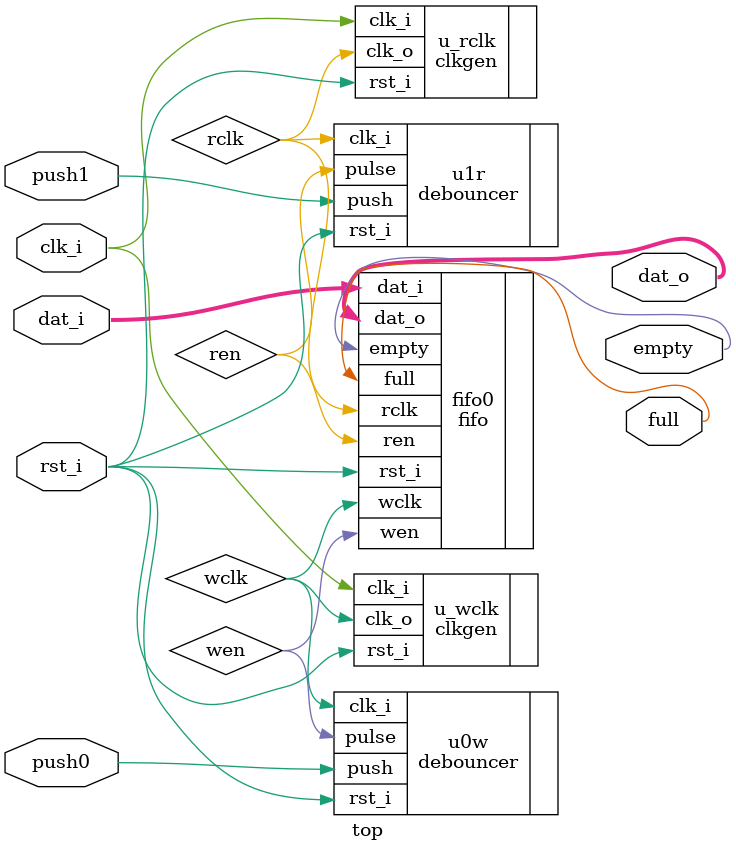
<source format=v>
/*
 Top Module for FPGA testing
*/ 

module top(/*AUTOARG*/
   // Outputs
   full, empty, dat_o,
   // Inputs
   rst_i, push1, push0, dat_i, clk_i
   );

   /*AUTOINPUT*/
   // Beginning of automatic inputs (from unused autoinst inputs)
   input		clk_i;			// To u_wclk of clkgen.v, ...
   input [DW-1:0]	dat_i;			// To fifo0 of fifo.v
   input		push0;			// To u0w of debouncer.v
   input		push1;			// To u1r of debouncer.v
   input		rst_i;			// To fifo0 of fifo.v, ...
   // End of automatics
   /*AUTOOUTPUT*/
   // Beginning of automatic outputs (from unused autoinst outputs)
   output [DW-1:0]	dat_o;			// From fifo0 of fifo.v
   output		empty;			// From fifo0 of fifo.v
   output		full;			// From fifo0 of fifo.v
   // End of automatics

   /*AUTOWIRE*/
   // Beginning of automatic wires (for undeclared instantiated-module outputs)
   wire			rclk;			// From u_rclk of clkgen.v
   wire			ren;			// From u1r of debouncer.v
   wire			wclk;			// From u_wclk of clkgen.v
   wire			wen;			// From u0w of debouncer.v
   // End of automatics

   parameter DW = 4;// Data Width 
   parameter AW = 2; // Address Width. FIFO DEPTH = 2^AW

   parameter CLKIN = 50;
   parameter wclk_CLKOUT = 25;
   parameter rclk_CLKOUT = 12.5;
   parameter w_n = 17;
   parameter r_n = 16;
   

   fifo #(/*AUTOINSTPARAM*/
	  // Parameters
	  .DW				(DW),
	  .AW				(AW))
   fifo0 (/*AUTOINST*/
	  // Outputs
	  .full				(full),
	  .dat_o			(dat_o[DW-1:0]),
	  .empty			(empty),
	  // Inputs
	  .dat_i			(dat_i[DW-1:0]),
	  .wclk				(wclk),
	  .wen				(wen),
	  .rclk				(rclk),
	  .ren				(ren),
	  .rst_i			(rst_i));
  
   clkgen #(/*AUTOINSTPARAM*/
	    // Parameters
	    .CLKIN			(CLKIN),		 // Templated
	    .CLKOUT			(wclk_CLKOUT))		 // Templated
   u_wclk (/*AUTOINST*/
	   // Outputs
	   .clk_o			(wclk),			 // Templated
	   // Inputs
	   .clk_i			(clk_i),		 // Templated
	   .rst_i			(rst_i));		 // Templated

   clkgen #(/*AUTOINSTPARAM*/
	    // Parameters
	    .CLKIN			(CLKIN),		 // Templated
	    .CLKOUT			(rclk_CLKOUT))		 // Templated
   u_rclk (/*AUTOINST*/
	   // Outputs
	   .clk_o			(rclk),			 // Templated
	   // Inputs
	   .clk_i			(clk_i),		 // Templated
	   .rst_i			(rst_i));		 // Templated
  
   debouncer #(/*AUTOINSTPARAM*/
	       // Parameters
	       .n			(w_n))			 // Templated
   u0w (/*AUTOINST*/
	// Outputs
	.pulse				(wen),			 // Templated
	// Inputs
	.clk_i				(wclk),			 // Templated
	.rst_i				(rst_i),		 // Templated
	.push				(push0));		 // Templated

   debouncer #(/*AUTOINSTPARAM*/
	       // Parameters
	       .n			(r_n))			 // Templated
   u1r (/*AUTOINST*/
	// Outputs
	.pulse				(ren),			 // Templated
	// Inputs
	.clk_i				(rclk),			 // Templated
	.rst_i				(rst_i),		 // Templated
	.push				(push1));		 // Templated
  

endmodule // fifo

// Local Variables:
// verilog-library-directories:("." "../../rtl/bin2gry/"  "../../rtl/lab/"   "../../rtl/debouncer/")
// verilog-library-files:("")
// End:


   /* clkgen AUTO_TEMPLATE (
    .CLKIN			(CLKIN),
    .CLKOUT			(@"(substring vl-cell-name 2)"_CLKOUT),
    .clk_o			(@"(substring vl-cell-name 2)"),
    .clk_i			(clk_i),
    .rst_i			(rst_i),
    );
    */


   /* debouncer AUTO_TEMPLATE (
    .n			(@"(substring vl-cell-name 2)"_n),
    .pulse			(@"(substring vl-cell-name 2)"en),
    .clk_i			(@"(substring vl-cell-name 2)"clk),
    .rst_i			(rst_i),
    .push			(push@),
    );
    */

</source>
